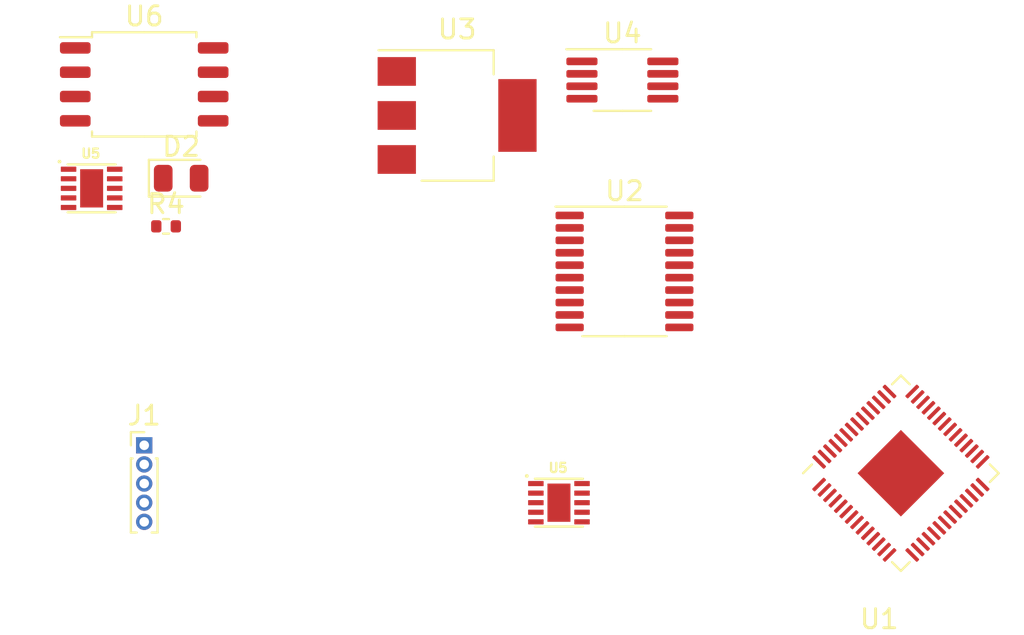
<source format=kicad_pcb>
(kicad_pcb (version 20221018) (generator pcbnew)
  (layers (0 "F.Cu" signal) (31 "B.Cu" signal) (34 "B.Paste" user) (35 "F.Paste" user) (36 "B.SilkS" user "B.Silkscreen") (37 "F.SilkS" user "F.Silkscreen") (38 "B.Mask" user) (39 "F.Mask" user) (44 "Edge.Cuts" user))
  (net 0 "")
  (net 1 "Net-(U1-IOVDD-Pad1)")
  (net 2 "CH0")
  (net 3 "CH1")
  (net 4 "CH2")
  (net 5 "CH3")
  (net 6 "CH4")
  (net 7 "CH5")
  (net 8 "CH6")
  (net 9 "CH7")
  (net 10 "CH8")
  (net 11 "CH9")
  (net 12 "CH10")
  (net 13 "CH11")
  (net 14 "CH12")
  (net 15 "CH13")
  (net 16 "CH14")
  (net 17 "CH15")
  (net 21 "Net-(U1-DVDD-Pad23)")
  (net 25 "CH16")
  (net 26 "CH17")
  (net 27 "CH18")
  (net 28 "CH19")
  (net 29 "CH20")
  (net 30 "CH21")
  (net 31 "CH22")
  (net 32 "CH23")
  (net 33 "CH24")
  (net 34 "CH25")
  (net 51 "GND")
  (net 80 "Net-(U4-OUT-Pad6)")
  (net 82 "3V3")
  (net 83 "Net-(U5-LX2)")
  (net 84 "Net-(U5-LX1)")
  (net 90 "Net-(D2-A)")
  (net 91 "Net-(D1-K)")
  (net 92 "3V3_EN")
  (footprint "rp_pico:SON50P250X250X80-11N" (layer "F.Cu") (at 116.635 89.254)
    (fp_text reference "U5" (at -0.046163 -1.81609) (layer "F.SilkS") (effects (font (size 0.481669 0.481669))))
    (fp_text value "RT6150B-33GQW")
    (fp_line (start 1.25 -1.25) (end -1.25 -1.25) (stroke (width 0.127)) (layer "F.SilkS"))
    (fp_line (start 1.25 1.25) (end -1.25 1.25) (stroke (width 0.127)) (layer "F.SilkS"))
    (fp_circle (center -1.678 -1.397) (end -1.628 -1.397) (stroke (width 0.1)) (fill none) (layer "F.SilkS"))
    (pad "1" smd roundrect (at -1.205 -1) (size 0.81 0.27) (layers "F.Cu" "F.Paste" "F.Mask") (roundrect_rratio 0.09) (net 82 "3V3"))
    (pad "2" smd roundrect (at -1.205 -0.5) (size 0.81 0.27) (layers "F.Cu" "F.Paste" "F.Mask") (roundrect_rratio 0.09) (net 83 "Net-(U5-LX2)"))
    (pad "3" smd roundrect (at -1.205 0) (size 0.81 0.27) (layers "F.Cu" "F.Paste" "F.Mask") (roundrect_rratio 0.09) (net 51 "GND"))
    (pad "4" smd roundrect (at -1.205 0.5) (size 0.81 0.27) (layers "F.Cu" "F.Paste" "F.Mask") (roundrect_rratio 0.09) (net 84 "Net-(U5-LX1)"))
    (pad "5" smd roundrect (at -1.205 1) (size 0.81 0.27) (layers "F.Cu" "F.Paste" "F.Mask") (roundrect_rratio 0.09) (net 91 "Net-(D1-K)"))
    (pad "6" smd roundrect (at 1.205 1) (size 0.81 0.27) (layers "F.Cu" "F.Paste" "F.Mask") (roundrect_rratio 0.09) (net 92 "3V3_EN"))
    (pad "7" smd roundrect (at 1.205 0.5) (size 0.81 0.27) (layers "F.Cu" "F.Paste" "F.Mask") (roundrect_rratio 0.09) (net 32 "CH23"))
    (pad "8" smd roundrect (at 1.205 0) (size 0.81 0.27) (layers "F.Cu" "F.Paste" "F.Mask") (roundrect_rratio 0.09) (net 91 "Net-(D1-K)"))
    (pad "9" smd roundrect (at 1.205 -0.5) (size 0.81 0.27) (layers "F.Cu" "F.Paste" "F.Mask") (roundrect_rratio 0.09) (net 51 "GND"))
    (pad "10" smd roundrect (at 1.205 -1) (size 0.81 0.27) (layers "F.Cu" "F.Paste" "F.Mask") (roundrect_rratio 0.09) (net 82 "3V3"))
    (pad "11" smd rect (at 0 0) (size 1.2 2) (layers "F.Cu" "F.Mask") (net 51 "GND"))
  )
  (footprint "LED_SMD:LED_0805_2012Metric" (layer "F.Cu") (at 121.31 88.725)
    (fp_text reference "D2" (at 0 -1.65) (layer "F.SilkS"))
    (fp_text value "LED")
    (fp_line (start -1.685 -0.96) (end -1.685 0.96) (stroke (width 0.12)) (layer "F.SilkS"))
    (fp_line (start -1.685 0.96) (end 1 0.96) (stroke (width 0.12)) (layer "F.SilkS"))
    (fp_line (start 1 -0.96) (end -1.685 -0.96) (stroke (width 0.12)) (layer "F.SilkS"))
    (pad "1" smd roundrect (at -0.9375 0) (size 0.975 1.4) (layers "F.Cu" "F.Paste" "F.Mask") (net 51 "GND"))
    (pad "2" smd roundrect (at 0.9375 0) (size 0.975 1.4) (layers "F.Cu" "F.Paste" "F.Mask") (net 90 "Net-(D2-A)"))
  )
  (footprint "Package_SO:MSOP-8_3x3mm_P0.65mm" (layer "F.Cu") (at 144.3475 83.595)
    (fp_text reference "U4" (at 0 -2.45) (layer "F.SilkS"))
    (fp_text value "MIC2025-2YMM")
    (fp_line (start 0 -1.61) (end -2.925 -1.61) (stroke (width 0.12)) (layer "F.SilkS"))
    (fp_line (start 0 -1.61) (end 1.5 -1.61) (stroke (width 0.12)) (layer "F.SilkS"))
    (fp_line (start 0 1.61) (end -1.5 1.61) (stroke (width 0.12)) (layer "F.SilkS"))
    (fp_line (start 0 1.61) (end 1.5 1.61) (stroke (width 0.12)) (layer "F.SilkS"))
    (pad "1" smd roundrect (at -2.1125 -0.975) (size 1.625 0.4) (layers "F.Cu" "F.Paste" "F.Mask"))
    (pad "2" smd roundrect (at -2.1125 -0.325) (size 1.625 0.4) (layers "F.Cu" "F.Paste" "F.Mask"))
    (pad "3" smd roundrect (at -2.1125 0.325) (size 1.625 0.4) (layers "F.Cu" "F.Paste" "F.Mask"))
    (pad "4" smd roundrect (at -2.1125 0.975) (size 1.625 0.4) (layers "F.Cu" "F.Paste" "F.Mask"))
    (pad "5" smd roundrect (at 2.1125 0.975) (size 1.625 0.4) (layers "F.Cu" "F.Paste" "F.Mask"))
    (pad "6" smd roundrect (at 2.1125 0.325) (size 1.625 0.4) (layers "F.Cu" "F.Paste" "F.Mask") (net 80 "Net-(U4-OUT-Pad6)"))
    (pad "7" smd roundrect (at 2.1125 -0.325) (size 1.625 0.4) (layers "F.Cu" "F.Paste" "F.Mask"))
    (pad "8" smd roundrect (at 2.1125 -0.975) (size 1.625 0.4) (layers "F.Cu" "F.Paste" "F.Mask") (net 80 "Net-(U4-OUT-Pad6)"))
  )
  (footprint "Connector_PinHeader_1.00mm:PinHeader_1x05_P1.00mm_Vertical" (layer "F.Cu") (at 119.38 102.68)
    (fp_text reference "J1" (at 0 -1.56) (layer "F.SilkS"))
    (fp_text value "Conn_01x05_Socket")
    (fp_line (start -0.695 -0.685) (end 0 -0.685) (stroke (width 0.12)) (layer "F.SilkS"))
    (fp_line (start -0.695 0) (end -0.695 -0.685) (stroke (width 0.12)) (layer "F.SilkS"))
    (fp_line (start -0.695 0.685) (end -0.695 4.56) (stroke (width 0.12)) (layer "F.SilkS"))
    (fp_line (start -0.695 0.685) (end -0.608276 0.685) (stroke (width 0.12)) (layer "F.SilkS"))
    (fp_line (start -0.695 4.56) (end -0.394493 4.56) (stroke (width 0.12)) (layer "F.SilkS"))
    (fp_line (start 0.394493 4.56) (end 0.695 4.56) (stroke (width 0.12)) (layer "F.SilkS"))
    (fp_line (start 0.608276 0.685) (end 0.695 0.685) (stroke (width 0.12)) (layer "F.SilkS"))
    (fp_line (start 0.695 0.685) (end 0.695 4.56) (stroke (width 0.12)) (layer "F.SilkS"))
    (pad "1" thru_hole rect (at 0 0) (size 0.85 0.85) (drill 0.5) (layers "*.Cu" "*.Mask") (net 51 "GND"))
    (pad "2" thru_hole oval (at 0 1) (size 0.85 0.85) (drill 0.5) (layers "*.Cu" "*.Mask") (net 2 "CH0"))
    (pad "3" thru_hole oval (at 0 2) (size 0.85 0.85) (drill 0.5) (layers "*.Cu" "*.Mask") (net 3 "CH1"))
    (pad "4" thru_hole oval (at 0 3) (size 0.85 0.85) (drill 0.5) (layers "*.Cu" "*.Mask") (net 4 "CH2"))
    (pad "5" thru_hole oval (at 0 4) (size 0.85 0.85) (drill 0.5) (layers "*.Cu" "*.Mask") (net 5 "CH3"))
  )
  (footprint "Resistor_SMD:R_0402_1005Metric" (layer "F.Cu") (at 120.52 91.24)
    (fp_text reference "R4" (at 0 -1.17) (layer "F.SilkS"))
    (fp_text value "100k")
    (fp_line (start -0.153641 -0.38) (end 0.153641 -0.38) (stroke (width 0.12)) (layer "F.SilkS"))
    (fp_line (start -0.153641 0.38) (end 0.153641 0.38) (stroke (width 0.12)) (layer "F.SilkS"))
    (pad "1" smd roundrect (at -0.51 0) (size 0.54 0.64) (layers "F.Cu" "F.Paste" "F.Mask") (net 32 "CH23"))
    (pad "2" smd roundrect (at 0.51 0) (size 0.54 0.64) (layers "F.Cu" "F.Paste" "F.Mask") (net 51 "GND"))
  )
  (footprint "rp_pico:SON50P250X250X80-11N" (layer "F.Cu") (at 141.035 105.68)
    (fp_text reference "U5" (at -0.046163 -1.81609) (layer "F.SilkS") (effects (font (size 0.481669 0.481669))))
    (fp_text value "RT6150B-33GQW")
    (fp_line (start 1.25 -1.25) (end -1.25 -1.25) (stroke (width 0.127)) (layer "F.SilkS"))
    (fp_line (start 1.25 1.25) (end -1.25 1.25) (stroke (width 0.127)) (layer "F.SilkS"))
    (fp_circle (center -1.678 -1.397) (end -1.628 -1.397) (stroke (width 0.1)) (fill none) (layer "F.SilkS"))
    (pad "1" smd roundrect (at -1.205 -1) (size 0.81 0.27) (layers "F.Cu" "F.Paste" "F.Mask") (roundrect_rratio 0.09) (net 82 "3V3"))
    (pad "2" smd roundrect (at -1.205 -0.5) (size 0.81 0.27) (layers "F.Cu" "F.Paste" "F.Mask") (roundrect_rratio 0.09) (net 83 "Net-(U5-LX2)"))
    (pad "3" smd roundrect (at -1.205 0) (size 0.81 0.27) (layers "F.Cu" "F.Paste" "F.Mask") (roundrect_rratio 0.09) (net 51 "GND"))
    (pad "4" smd roundrect (at -1.205 0.5) (size 0.81 0.27) (layers "F.Cu" "F.Paste" "F.Mask") (roundrect_rratio 0.09) (net 84 "Net-(U5-LX1)"))
    (pad "5" smd roundrect (at -1.205 1) (size 0.81 0.27) (layers "F.Cu" "F.Paste" "F.Mask") (roundrect_rratio 0.09))
    (pad "6" smd roundrect (at 1.205 1) (size 0.81 0.27) (layers "F.Cu" "F.Paste" "F.Mask") (roundrect_rratio 0.09))
    (pad "7" smd roundrect (at 1.205 0.5) (size 0.81 0.27) (layers "F.Cu" "F.Paste" "F.Mask") (roundrect_rratio 0.09))
    (pad "8" smd roundrect (at 1.205 0) (size 0.81 0.27) (layers "F.Cu" "F.Paste" "F.Mask") (roundrect_rratio 0.09))
    (pad "9" smd roundrect (at 1.205 -0.5) (size 0.81 0.27) (layers "F.Cu" "F.Paste" "F.Mask") (roundrect_rratio 0.09) (net 51 "GND"))
    (pad "10" smd roundrect (at 1.205 -1) (size 0.81 0.27) (layers "F.Cu" "F.Paste" "F.Mask") (roundrect_rratio 0.09))
    (pad "11" smd rect (at 0 0) (size 1.2 2) (layers "F.Cu" "F.Mask") (net 51 "GND"))
  )
  (footprint "Package_DFN_QFN:QFN-56-1EP_7x7mm_P0.4mm_EP3.2x3.2mm" (layer "F.Cu") (at 158.888629 104.14 45)
    (fp_text reference "U1" (at -6.188154 4.588154) (layer "F.SilkS"))
    (fp_text value "RP2040")
    (fp_line (start -3.61 3.61) (end -3.61 2.96) (stroke (width 0.12)) (layer "F.SilkS"))
    (fp_line (start -2.96 -3.61) (end -3.61 -3.61) (stroke (width 0.12)) (layer "F.SilkS"))
    (fp_line (start -2.96 3.61) (end -3.61 3.61) (stroke (width 0.12)) (layer "F.SilkS"))
    (fp_line (start 2.96 -3.61) (end 3.61 -3.61) (stroke (width 0.12)) (layer "F.SilkS"))
    (fp_line (start 2.96 3.61) (end 3.61 3.61) (stroke (width 0.12)) (layer "F.SilkS"))
    (fp_line (start 3.61 -3.61) (end 3.61 -2.96) (stroke (width 0.12)) (layer "F.SilkS"))
    (fp_line (start 3.61 3.61) (end 3.61 2.96) (stroke (width 0.12)) (layer "F.SilkS"))
    (pad "1" smd roundrect (at -3.4375 -2.6 45) (size 0.875 0.2) (layers "F.Cu" "F.Paste" "F.Mask") (net 1 "Net-(U1-IOVDD-Pad1)"))
    (pad "2" smd roundrect (at -3.4375 -2.2 45) (size 0.875 0.2) (layers "F.Cu" "F.Paste" "F.Mask") (net 2 "CH0"))
    (pad "3" smd roundrect (at -3.4375 -1.8 45) (size 0.875 0.2) (layers "F.Cu" "F.Paste" "F.Mask") (net 3 "CH1"))
    (pad "4" smd roundrect (at -3.4375 -1.4 45) (size 0.875 0.2) (layers "F.Cu" "F.Paste" "F.Mask") (net 4 "CH2"))
    (pad "5" smd roundrect (at -3.4375 -1 45) (size 0.875 0.2) (layers "F.Cu" "F.Paste" "F.Mask") (net 5 "CH3"))
    (pad "6" smd roundrect (at -3.4375 -0.6 45) (size 0.875 0.2) (layers "F.Cu" "F.Paste" "F.Mask") (net 6 "CH4"))
    (pad "7" smd roundrect (at -3.4375 -0.2 45) (size 0.875 0.2) (layers "F.Cu" "F.Paste" "F.Mask") (net 7 "CH5"))
    (pad "8" smd roundrect (at -3.4375 0.2 45) (size 0.875 0.2) (layers "F.Cu" "F.Paste" "F.Mask") (net 8 "CH6"))
    (pad "9" smd roundrect (at -3.4375 0.6 45) (size 0.875 0.2) (layers "F.Cu" "F.Paste" "F.Mask") (net 9 "CH7"))
    (pad "10" smd roundrect (at -3.4375 1 45) (size 0.875 0.2) (layers "F.Cu" "F.Paste" "F.Mask") (net 1 "Net-(U1-IOVDD-Pad1)"))
    (pad "11" smd roundrect (at -3.4375 1.4 45) (size 0.875 0.2) (layers "F.Cu" "F.Paste" "F.Mask") (net 10 "CH8"))
    (pad "12" smd roundrect (at -3.4375 1.8 45) (size 0.875 0.2) (layers "F.Cu" "F.Paste" "F.Mask") (net 11 "CH9"))
    (pad "13" smd roundrect (at -3.4375 2.2 45) (size 0.875 0.2) (layers "F.Cu" "F.Paste" "F.Mask") (net 12 "CH10"))
    (pad "14" smd roundrect (at -3.4375 2.6 45) (size 0.875 0.2) (layers "F.Cu" "F.Paste" "F.Mask") (net 13 "CH11"))
    (pad "15" smd roundrect (at -2.6 3.4375 45) (size 0.2 0.875) (layers "F.Cu" "F.Paste" "F.Mask") (net 14 "CH12"))
    (pad "16" smd roundrect (at -2.2 3.4375 45) (size 0.2 0.875) (layers "F.Cu" "F.Paste" "F.Mask") (net 15 "CH13"))
    (pad "17" smd roundrect (at -1.8 3.4375 45) (size 0.2 0.875) (layers "F.Cu" "F.Paste" "F.Mask") (net 16 "CH14"))
    (pad "18" smd roundrect (at -1.4 3.4375 45) (size 0.2 0.875) (layers "F.Cu" "F.Paste" "F.Mask") (net 17 "CH15"))
    (pad "19" smd roundrect (at -1 3.4375 45) (size 0.2 0.875) (layers "F.Cu" "F.Paste" "F.Mask"))
    (pad "20" smd roundrect (at -0.6 3.4375 45) (size 0.2 0.875) (layers "F.Cu" "F.Paste" "F.Mask"))
    (pad "21" smd roundrect (at -0.2 3.4375 45) (size 0.2 0.875) (layers "F.Cu" "F.Paste" "F.Mask"))
    (pad "22" smd roundrect (at 0.2 3.4375 45) (size 0.2 0.875) (layers "F.Cu" "F.Paste" "F.Mask") (net 1 "Net-(U1-IOVDD-Pad1)"))
    (pad "23" smd roundrect (at 0.6 3.4375 45) (size 0.2 0.875) (layers "F.Cu" "F.Paste" "F.Mask") (net 21 "Net-(U1-DVDD-Pad23)"))
    (pad "24" smd roundrect (at 1 3.4375 45) (size 0.2 0.875) (layers "F.Cu" "F.Paste" "F.Mask"))
    (pad "25" smd roundrect (at 1.4 3.4375 45) (size 0.2 0.875) (layers "F.Cu" "F.Paste" "F.Mask"))
    (pad "26" smd roundrect (at 1.8 3.4375 45) (size 0.2 0.875) (layers "F.Cu" "F.Paste" "F.Mask"))
    (pad "27" smd roundrect (at 2.2 3.4375 45) (size 0.2 0.875) (layers "F.Cu" "F.Paste" "F.Mask") (net 25 "CH16"))
    (pad "28" smd roundrect (at 2.6 3.4375 45) (size 0.2 0.875) (layers "F.Cu" "F.Paste" "F.Mask") (net 26 "CH17"))
    (pad "29" smd roundrect (at 3.4375 2.6 45) (size 0.875 0.2) (layers "F.Cu" "F.Paste" "F.Mask") (net 27 "CH18"))
    (pad "30" smd roundrect (at 3.4375 2.2 45) (size 0.875 0.2) (layers "F.Cu" "F.Paste" "F.Mask") (net 28 "CH19"))
    (pad "31" smd roundrect (at 3.4375 1.8 45) (size 0.875 0.2) (layers "F.Cu" "F.Paste" "F.Mask") (net 29 "CH20"))
    (pad "32" smd roundrect (at 3.4375 1.4 45) (size 0.875 0.2) (layers "F.Cu" "F.Paste" "F.Mask") (net 30 "CH21"))
    (pad "33" smd roundrect (at 3.4375 1 45) (size 0.875 0.2) (layers "F.Cu" "F.Paste" "F.Mask") (net 1 "Net-(U1-IOVDD-Pad1)"))
    (pad "34" smd roundrect (at 3.4375 0.6 45) (size 0.875 0.2) (layers "F.Cu" "F.Paste" "F.Mask") (net 31 "CH22"))
    (pad "35" smd roundrect (at 3.4375 0.2 45) (size 0.875 0.2) (layers "F.Cu" "F.Paste" "F.Mask") (net 32 "CH23"))
    (pad "36" smd roundrect (at 3.4375 -0.2 45) (size 0.875 0.2) (layers "F.Cu" "F.Paste" "F.Mask") (net 33 "CH24"))
    (pad "37" smd roundrect (at 3.4375 -0.6 45) (size 0.875 0.2) (layers "F.Cu" "F.Paste" "F.Mask") (net 34 "CH25"))
    (pad "38" smd roundrect (at 3.4375 -1 45) (size 0.875 0.2) (layers "F.Cu" "F.Paste" "F.Mask"))
    (pad "39" smd roundrect (at 3.4375 -1.4 45) (size 0.875 0.2) (layers "F.Cu" "F.Paste" "F.Mask"))
    (pad "40" smd roundrect (at 3.4375 -1.8 45) (size 0.875 0.2) (layers "F.Cu" "F.Paste" "F.Mask"))
    (pad "41" smd roundrect (at 3.4375 -2.2 45) (size 0.875 0.2) (layers "F.Cu" "F.Paste" "F.Mask"))
    (pad "42" smd roundrect (at 3.4375 -2.6 45) (size 0.875 0.2) (layers "F.Cu" "F.Paste" "F.Mask") (net 1 "Net-(U1-IOVDD-Pad1)"))
    (pad "43" smd roundrect (at 2.6 -3.4375 45) (size 0.2 0.875) (layers "F.Cu" "F.Paste" "F.Mask"))
    (pad "44" smd roundrect (at 2.2 -3.4375 45) (size 0.2 0.875) (layers "F.Cu" "F.Paste" "F.Mask"))
    (pad "45" smd roundrect (at 1.8 -3.4375 45) (size 0.2 0.875) (layers "F.Cu" "F.Paste" "F.Mask"))
    (pad "46" smd roundrect (at 1.4 -3.4375 45) (size 0.2 0.875) (layers "F.Cu" "F.Paste" "F.Mask"))
    (pad "47" smd roundrect (at 1 -3.4375 45) (size 0.2 0.875) (layers "F.Cu" "F.Paste" "F.Mask"))
    (pad "48" smd roundrect (at 0.6 -3.4375 45) (size 0.2 0.875) (layers "F.Cu" "F.Paste" "F.Mask"))
    (pad "49" smd roundrect (at 0.2 -3.4375 45) (size 0.2 0.875) (layers "F.Cu" "F.Paste" "F.Mask") (net 1 "Net-(U1-IOVDD-Pad1)"))
    (pad "50" smd roundrect (at -0.2 -3.4375 45) (size 0.2 0.875) (layers "F.Cu" "F.Paste" "F.Mask") (net 21 "Net-(U1-DVDD-Pad23)"))
    (pad "51" smd roundrect (at -0.6 -3.4375 45) (size 0.2 0.875) (layers "F.Cu" "F.Paste" "F.Mask"))
    (pad "52" smd roundrect (at -1 -3.4375 45) (size 0.2 0.875) (layers "F.Cu" "F.Paste" "F.Mask"))
    (pad "53" smd roundrect (at -1.4 -3.4375 45) (size 0.2 0.875) (layers "F.Cu" "F.Paste" "F.Mask"))
    (pad "54" smd roundrect (at -1.8 -3.4375 45) (size 0.2 0.875) (layers "F.Cu" "F.Paste" "F.Mask"))
    (pad "55" smd roundrect (at -2.2 -3.4375 45) (size 0.2 0.875) (layers "F.Cu" "F.Paste" "F.Mask"))
    (pad "56" smd roundrect (at -2.6 -3.4375 45) (size 0.2 0.875) (layers "F.Cu" "F.Paste" "F.Mask"))
    (pad "57" smd rect (at 0 0 45) (size 3.2 3.2) (layers "F.Cu" "F.Mask") (net 51 "GND"))
  )
  (footprint "Package_TO_SOT_SMD:SOT-223-3_TabPin2" (layer "F.Cu") (at 135.7175 85.445)
    (fp_text reference "U3" (at 0 -4.5) (layer "F.SilkS"))
    (fp_text value "LD1117S33TR_SOT223")
    (fp_line (start -4.1 -3.41) (end 1.91 -3.41) (stroke (width 0.12)) (layer "F.SilkS"))
    (fp_line (start -1.85 3.41) (end 1.91 3.41) (stroke (width 0.12)) (layer "F.SilkS"))
    (fp_line (start 1.91 -3.41) (end 1.91 -2.15) (stroke (width 0.12)) (layer "F.SilkS"))
    (fp_line (start 1.91 3.41) (end 1.91 2.15) (stroke (width 0.12)) (layer "F.SilkS"))
    (pad "1" smd rect (at -3.15 -2.3) (size 2 1.5) (layers "F.Cu" "F.Paste" "F.Mask"))
    (pad "2" smd rect (at -3.15 0) (size 2 1.5) (layers "F.Cu" "F.Paste" "F.Mask"))
    (pad "2" smd rect (at 3.15 0) (size 2 3.8) (layers "F.Cu" "F.Paste" "F.Mask"))
    (pad "3" smd rect (at -3.15 2.3) (size 2 1.5) (layers "F.Cu" "F.Paste" "F.Mask"))
  )
  (footprint "Package_SO:TSSOP-20_4.4x6.5mm_P0.65mm" (layer "F.Cu") (at 144.4575 93.595)
    (fp_text reference "U2" (at 0 -4.2) (layer "F.SilkS"))
    (fp_text value "TXS0108EPW")
    (fp_line (start 0 -3.385) (end -3.6 -3.385) (stroke (width 0.12)) (layer "F.SilkS"))
    (fp_line (start 0 -3.385) (end 2.2 -3.385) (stroke (width 0.12)) (layer "F.SilkS"))
    (fp_line (start 0 3.385) (end -2.2 3.385) (stroke (width 0.12)) (layer "F.SilkS"))
    (fp_line (start 0 3.385) (end 2.2 3.385) (stroke (width 0.12)) (layer "F.SilkS"))
    (pad "1" smd roundrect (at -2.8625 -2.925) (size 1.475 0.4) (layers "F.Cu" "F.Paste" "F.Mask"))
    (pad "2" smd roundrect (at -2.8625 -2.275) (size 1.475 0.4) (layers "F.Cu" "F.Paste" "F.Mask"))
    (pad "3" smd roundrect (at -2.8625 -1.625) (size 1.475 0.4) (layers "F.Cu" "F.Paste" "F.Mask"))
    (pad "4" smd roundrect (at -2.8625 -0.975) (size 1.475 0.4) (layers "F.Cu" "F.Paste" "F.Mask"))
    (pad "5" smd roundrect (at -2.8625 -0.325) (size 1.475 0.4) (layers "F.Cu" "F.Paste" "F.Mask"))
    (pad "6" smd roundrect (at -2.8625 0.325) (size 1.475 0.4) (layers "F.Cu" "F.Paste" "F.Mask"))
    (pad "7" smd roundrect (at -2.8625 0.975) (size 1.475 0.4) (layers "F.Cu" "F.Paste" "F.Mask"))
    (pad "8" smd roundrect (at -2.8625 1.625) (size 1.475 0.4) (layers "F.Cu" "F.Paste" "F.Mask"))
    (pad "9" smd roundrect (at -2.8625 2.275) (size 1.475 0.4) (layers "F.Cu" "F.Paste" "F.Mask"))
    (pad "10" smd roundrect (at -2.8625 2.925) (size 1.475 0.4) (layers "F.Cu" "F.Paste" "F.Mask"))
    (pad "11" smd roundrect (at 2.8625 2.925) (size 1.475 0.4) (layers "F.Cu" "F.Paste" "F.Mask"))
    (pad "12" smd roundrect (at 2.8625 2.275) (size 1.475 0.4) (layers "F.Cu" "F.Paste" "F.Mask"))
    (pad "13" smd roundrect (at 2.8625 1.625) (size 1.475 0.4) (layers "F.Cu" "F.Paste" "F.Mask"))
    (pad "14" smd roundrect (at 2.8625 0.975) (size 1.475 0.4) (layers "F.Cu" "F.Paste" "F.Mask"))
    (pad "15" smd roundrect (at 2.8625 0.325) (size 1.475 0.4) (layers "F.Cu" "F.Paste" "F.Mask"))
    (pad "16" smd roundrect (at 2.8625 -0.325) (size 1.475 0.4) (layers "F.Cu" "F.Paste" "F.Mask"))
    (pad "17" smd roundrect (at 2.8625 -0.975) (size 1.475 0.4) (layers "F.Cu" "F.Paste" "F.Mask"))
    (pad "18" smd roundrect (at 2.8625 -1.625) (size 1.475 0.4) (layers "F.Cu" "F.Paste" "F.Mask"))
    (pad "19" smd roundrect (at 2.8625 -2.275) (size 1.475 0.4) (layers "F.Cu" "F.Paste" "F.Mask"))
    (pad "20" smd roundrect (at 2.8625 -2.925) (size 1.475 0.4) (layers "F.Cu" "F.Paste" "F.Mask"))
  )
  (footprint "Package_SO:SOIC-8_5.23x5.23mm_P1.27mm" (layer "F.Cu") (at 119.38 83.82)
    (fp_text reference "U6" (at 0 -3.56) (layer "F.SilkS"))
    (fp_text value "W25Q128JVS")
    (fp_line (start -2.725 -2.725) (end -2.725 -2.465) (stroke (width 0.12)) (layer "F.SilkS"))
    (fp_line (start -2.725 -2.465) (end -4.4 -2.465) (stroke (width 0.12)) (layer "F.SilkS"))
    (fp_line (start -2.725 2.725) (end -2.725 2.465) (stroke (width 0.12)) (layer "F.SilkS"))
    (fp_line (start 0 -2.725) (end -2.725 -2.725) (stroke (width 0.12)) (layer "F.SilkS"))
    (fp_line (start 0 -2.725) (end 2.725 -2.725) (stroke (width 0.12)) (layer "F.SilkS"))
    (fp_line (start 0 2.725) (end -2.725 2.725) (stroke (width 0.12)) (layer "F.SilkS"))
    (fp_line (start 0 2.725) (end 2.725 2.725) (stroke (width 0.12)) (layer "F.SilkS"))
    (fp_line (start 2.725 -2.725) (end 2.725 -2.465) (stroke (width 0.12)) (layer "F.SilkS"))
    (fp_line (start 2.725 2.725) (end 2.725 2.465) (stroke (width 0.12)) (layer "F.SilkS"))
    (pad "1" smd roundrect (at -3.6 -1.905) (size 1.6 0.6) (layers "F.Cu" "F.Paste" "F.Mask"))
    (pad "2" smd roundrect (at -3.6 -0.635) (size 1.6 0.6) (layers "F.Cu" "F.Paste" "F.Mask"))
    (pad "3" smd roundrect (at -3.6 0.635) (size 1.6 0.6) (layers "F.Cu" "F.Paste" "F.Mask"))
    (pad "4" smd roundrect (at -3.6 1.905) (size 1.6 0.6) (layers "F.Cu" "F.Paste" "F.Mask"))
    (pad "5" smd roundrect (at 3.6 1.905) (size 1.6 0.6) (layers "F.Cu" "F.Paste" "F.Mask"))
    (pad "6" smd roundrect (at 3.6 0.635) (size 1.6 0.6) (layers "F.Cu" "F.Paste" "F.Mask"))
    (pad "7" smd roundrect (at 3.6 -0.635) (size 1.6 0.6) (layers "F.Cu" "F.Paste" "F.Mask"))
    (pad "8" smd roundrect (at 3.6 -1.905) (size 1.6 0.6) (layers "F.Cu" "F.Paste" "F.Mask"))
  )
)
</source>
